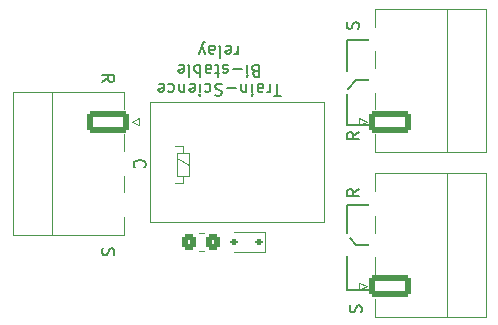
<source format=gbr>
%TF.GenerationSoftware,KiCad,Pcbnew,8.0.2*%
%TF.CreationDate,2024-07-29T23:59:12+02:00*%
%TF.ProjectId,latchingRelay,6c617463-6869-46e6-9752-656c61792e6b,rev?*%
%TF.SameCoordinates,Original*%
%TF.FileFunction,Legend,Top*%
%TF.FilePolarity,Positive*%
%FSLAX46Y46*%
G04 Gerber Fmt 4.6, Leading zero omitted, Abs format (unit mm)*
G04 Created by KiCad (PCBNEW 8.0.2) date 2024-07-29 23:59:12*
%MOMM*%
%LPD*%
G01*
G04 APERTURE LIST*
G04 Aperture macros list*
%AMRoundRect*
0 Rectangle with rounded corners*
0 $1 Rounding radius*
0 $2 $3 $4 $5 $6 $7 $8 $9 X,Y pos of 4 corners*
0 Add a 4 corners polygon primitive as box body*
4,1,4,$2,$3,$4,$5,$6,$7,$8,$9,$2,$3,0*
0 Add four circle primitives for the rounded corners*
1,1,$1+$1,$2,$3*
1,1,$1+$1,$4,$5*
1,1,$1+$1,$6,$7*
1,1,$1+$1,$8,$9*
0 Add four rect primitives between the rounded corners*
20,1,$1+$1,$2,$3,$4,$5,0*
20,1,$1+$1,$4,$5,$6,$7,0*
20,1,$1+$1,$6,$7,$8,$9,0*
20,1,$1+$1,$8,$9,$2,$3,0*%
G04 Aperture macros list end*
%ADD10C,0.150000*%
%ADD11C,0.120000*%
%ADD12C,3.200000*%
%ADD13RoundRect,0.250000X1.550000X-0.650000X1.550000X0.650000X-1.550000X0.650000X-1.550000X-0.650000X0*%
%ADD14O,3.600000X1.800000*%
%ADD15RoundRect,0.250000X0.350000X0.450000X-0.350000X0.450000X-0.350000X-0.450000X0.350000X-0.450000X0*%
%ADD16RoundRect,0.112500X0.187500X0.112500X-0.187500X0.112500X-0.187500X-0.112500X0.187500X-0.112500X0*%
%ADD17RoundRect,0.250000X-1.550000X0.650000X-1.550000X-0.650000X1.550000X-0.650000X1.550000X0.650000X0*%
%ADD18O,1.600000X2.300000*%
G04 APERTURE END LIST*
D10*
X155321000Y-85344000D02*
X155321000Y-82677000D01*
X155384500Y-94488000D02*
X155384500Y-92075000D01*
X157226000Y-85344000D02*
X155321000Y-85344000D01*
X156146500Y-95504000D02*
X155575000Y-94869000D01*
X155384500Y-99314000D02*
X155384500Y-96393000D01*
X157289500Y-99314000D02*
X155384500Y-99314000D01*
X155321000Y-80772000D02*
X155321000Y-78105000D01*
X157289500Y-95504000D02*
X156146500Y-95504000D01*
X156083000Y-81534000D02*
X155448000Y-82296000D01*
X157226000Y-81534000D02*
X156083000Y-81534000D01*
X155321000Y-78105000D02*
X157226000Y-78105000D01*
X155384500Y-92075000D02*
X157289500Y-92075000D01*
X149738094Y-82850068D02*
X149166666Y-82850068D01*
X149452380Y-81850068D02*
X149452380Y-82850068D01*
X148833332Y-81850068D02*
X148833332Y-82516735D01*
X148833332Y-82326259D02*
X148785713Y-82421497D01*
X148785713Y-82421497D02*
X148738094Y-82469116D01*
X148738094Y-82469116D02*
X148642856Y-82516735D01*
X148642856Y-82516735D02*
X148547618Y-82516735D01*
X147785713Y-81850068D02*
X147785713Y-82373878D01*
X147785713Y-82373878D02*
X147833332Y-82469116D01*
X147833332Y-82469116D02*
X147928570Y-82516735D01*
X147928570Y-82516735D02*
X148119046Y-82516735D01*
X148119046Y-82516735D02*
X148214284Y-82469116D01*
X147785713Y-81897688D02*
X147880951Y-81850068D01*
X147880951Y-81850068D02*
X148119046Y-81850068D01*
X148119046Y-81850068D02*
X148214284Y-81897688D01*
X148214284Y-81897688D02*
X148261903Y-81992926D01*
X148261903Y-81992926D02*
X148261903Y-82088164D01*
X148261903Y-82088164D02*
X148214284Y-82183402D01*
X148214284Y-82183402D02*
X148119046Y-82231021D01*
X148119046Y-82231021D02*
X147880951Y-82231021D01*
X147880951Y-82231021D02*
X147785713Y-82278640D01*
X147309522Y-81850068D02*
X147309522Y-82516735D01*
X147309522Y-82850068D02*
X147357141Y-82802449D01*
X147357141Y-82802449D02*
X147309522Y-82754830D01*
X147309522Y-82754830D02*
X147261903Y-82802449D01*
X147261903Y-82802449D02*
X147309522Y-82850068D01*
X147309522Y-82850068D02*
X147309522Y-82754830D01*
X146833332Y-82516735D02*
X146833332Y-81850068D01*
X146833332Y-82421497D02*
X146785713Y-82469116D01*
X146785713Y-82469116D02*
X146690475Y-82516735D01*
X146690475Y-82516735D02*
X146547618Y-82516735D01*
X146547618Y-82516735D02*
X146452380Y-82469116D01*
X146452380Y-82469116D02*
X146404761Y-82373878D01*
X146404761Y-82373878D02*
X146404761Y-81850068D01*
X145928570Y-82231021D02*
X145166666Y-82231021D01*
X144738094Y-81897688D02*
X144595237Y-81850068D01*
X144595237Y-81850068D02*
X144357142Y-81850068D01*
X144357142Y-81850068D02*
X144261904Y-81897688D01*
X144261904Y-81897688D02*
X144214285Y-81945307D01*
X144214285Y-81945307D02*
X144166666Y-82040545D01*
X144166666Y-82040545D02*
X144166666Y-82135783D01*
X144166666Y-82135783D02*
X144214285Y-82231021D01*
X144214285Y-82231021D02*
X144261904Y-82278640D01*
X144261904Y-82278640D02*
X144357142Y-82326259D01*
X144357142Y-82326259D02*
X144547618Y-82373878D01*
X144547618Y-82373878D02*
X144642856Y-82421497D01*
X144642856Y-82421497D02*
X144690475Y-82469116D01*
X144690475Y-82469116D02*
X144738094Y-82564354D01*
X144738094Y-82564354D02*
X144738094Y-82659592D01*
X144738094Y-82659592D02*
X144690475Y-82754830D01*
X144690475Y-82754830D02*
X144642856Y-82802449D01*
X144642856Y-82802449D02*
X144547618Y-82850068D01*
X144547618Y-82850068D02*
X144309523Y-82850068D01*
X144309523Y-82850068D02*
X144166666Y-82802449D01*
X143309523Y-81897688D02*
X143404761Y-81850068D01*
X143404761Y-81850068D02*
X143595237Y-81850068D01*
X143595237Y-81850068D02*
X143690475Y-81897688D01*
X143690475Y-81897688D02*
X143738094Y-81945307D01*
X143738094Y-81945307D02*
X143785713Y-82040545D01*
X143785713Y-82040545D02*
X143785713Y-82326259D01*
X143785713Y-82326259D02*
X143738094Y-82421497D01*
X143738094Y-82421497D02*
X143690475Y-82469116D01*
X143690475Y-82469116D02*
X143595237Y-82516735D01*
X143595237Y-82516735D02*
X143404761Y-82516735D01*
X143404761Y-82516735D02*
X143309523Y-82469116D01*
X142880951Y-81850068D02*
X142880951Y-82516735D01*
X142880951Y-82850068D02*
X142928570Y-82802449D01*
X142928570Y-82802449D02*
X142880951Y-82754830D01*
X142880951Y-82754830D02*
X142833332Y-82802449D01*
X142833332Y-82802449D02*
X142880951Y-82850068D01*
X142880951Y-82850068D02*
X142880951Y-82754830D01*
X142023809Y-81897688D02*
X142119047Y-81850068D01*
X142119047Y-81850068D02*
X142309523Y-81850068D01*
X142309523Y-81850068D02*
X142404761Y-81897688D01*
X142404761Y-81897688D02*
X142452380Y-81992926D01*
X142452380Y-81992926D02*
X142452380Y-82373878D01*
X142452380Y-82373878D02*
X142404761Y-82469116D01*
X142404761Y-82469116D02*
X142309523Y-82516735D01*
X142309523Y-82516735D02*
X142119047Y-82516735D01*
X142119047Y-82516735D02*
X142023809Y-82469116D01*
X142023809Y-82469116D02*
X141976190Y-82373878D01*
X141976190Y-82373878D02*
X141976190Y-82278640D01*
X141976190Y-82278640D02*
X142452380Y-82183402D01*
X141547618Y-82516735D02*
X141547618Y-81850068D01*
X141547618Y-82421497D02*
X141499999Y-82469116D01*
X141499999Y-82469116D02*
X141404761Y-82516735D01*
X141404761Y-82516735D02*
X141261904Y-82516735D01*
X141261904Y-82516735D02*
X141166666Y-82469116D01*
X141166666Y-82469116D02*
X141119047Y-82373878D01*
X141119047Y-82373878D02*
X141119047Y-81850068D01*
X140214285Y-81897688D02*
X140309523Y-81850068D01*
X140309523Y-81850068D02*
X140499999Y-81850068D01*
X140499999Y-81850068D02*
X140595237Y-81897688D01*
X140595237Y-81897688D02*
X140642856Y-81945307D01*
X140642856Y-81945307D02*
X140690475Y-82040545D01*
X140690475Y-82040545D02*
X140690475Y-82326259D01*
X140690475Y-82326259D02*
X140642856Y-82421497D01*
X140642856Y-82421497D02*
X140595237Y-82469116D01*
X140595237Y-82469116D02*
X140499999Y-82516735D01*
X140499999Y-82516735D02*
X140309523Y-82516735D01*
X140309523Y-82516735D02*
X140214285Y-82469116D01*
X139404761Y-81897688D02*
X139499999Y-81850068D01*
X139499999Y-81850068D02*
X139690475Y-81850068D01*
X139690475Y-81850068D02*
X139785713Y-81897688D01*
X139785713Y-81897688D02*
X139833332Y-81992926D01*
X139833332Y-81992926D02*
X139833332Y-82373878D01*
X139833332Y-82373878D02*
X139785713Y-82469116D01*
X139785713Y-82469116D02*
X139690475Y-82516735D01*
X139690475Y-82516735D02*
X139499999Y-82516735D01*
X139499999Y-82516735D02*
X139404761Y-82469116D01*
X139404761Y-82469116D02*
X139357142Y-82373878D01*
X139357142Y-82373878D02*
X139357142Y-82278640D01*
X139357142Y-82278640D02*
X139833332Y-82183402D01*
X147571428Y-80763934D02*
X147428571Y-80716315D01*
X147428571Y-80716315D02*
X147380952Y-80668696D01*
X147380952Y-80668696D02*
X147333333Y-80573458D01*
X147333333Y-80573458D02*
X147333333Y-80430601D01*
X147333333Y-80430601D02*
X147380952Y-80335363D01*
X147380952Y-80335363D02*
X147428571Y-80287744D01*
X147428571Y-80287744D02*
X147523809Y-80240124D01*
X147523809Y-80240124D02*
X147904761Y-80240124D01*
X147904761Y-80240124D02*
X147904761Y-81240124D01*
X147904761Y-81240124D02*
X147571428Y-81240124D01*
X147571428Y-81240124D02*
X147476190Y-81192505D01*
X147476190Y-81192505D02*
X147428571Y-81144886D01*
X147428571Y-81144886D02*
X147380952Y-81049648D01*
X147380952Y-81049648D02*
X147380952Y-80954410D01*
X147380952Y-80954410D02*
X147428571Y-80859172D01*
X147428571Y-80859172D02*
X147476190Y-80811553D01*
X147476190Y-80811553D02*
X147571428Y-80763934D01*
X147571428Y-80763934D02*
X147904761Y-80763934D01*
X146904761Y-80240124D02*
X146904761Y-80906791D01*
X146904761Y-81240124D02*
X146952380Y-81192505D01*
X146952380Y-81192505D02*
X146904761Y-81144886D01*
X146904761Y-81144886D02*
X146857142Y-81192505D01*
X146857142Y-81192505D02*
X146904761Y-81240124D01*
X146904761Y-81240124D02*
X146904761Y-81144886D01*
X146428571Y-80621077D02*
X145666667Y-80621077D01*
X145238095Y-80287744D02*
X145142857Y-80240124D01*
X145142857Y-80240124D02*
X144952381Y-80240124D01*
X144952381Y-80240124D02*
X144857143Y-80287744D01*
X144857143Y-80287744D02*
X144809524Y-80382982D01*
X144809524Y-80382982D02*
X144809524Y-80430601D01*
X144809524Y-80430601D02*
X144857143Y-80525839D01*
X144857143Y-80525839D02*
X144952381Y-80573458D01*
X144952381Y-80573458D02*
X145095238Y-80573458D01*
X145095238Y-80573458D02*
X145190476Y-80621077D01*
X145190476Y-80621077D02*
X145238095Y-80716315D01*
X145238095Y-80716315D02*
X145238095Y-80763934D01*
X145238095Y-80763934D02*
X145190476Y-80859172D01*
X145190476Y-80859172D02*
X145095238Y-80906791D01*
X145095238Y-80906791D02*
X144952381Y-80906791D01*
X144952381Y-80906791D02*
X144857143Y-80859172D01*
X144523809Y-80906791D02*
X144142857Y-80906791D01*
X144380952Y-81240124D02*
X144380952Y-80382982D01*
X144380952Y-80382982D02*
X144333333Y-80287744D01*
X144333333Y-80287744D02*
X144238095Y-80240124D01*
X144238095Y-80240124D02*
X144142857Y-80240124D01*
X143380952Y-80240124D02*
X143380952Y-80763934D01*
X143380952Y-80763934D02*
X143428571Y-80859172D01*
X143428571Y-80859172D02*
X143523809Y-80906791D01*
X143523809Y-80906791D02*
X143714285Y-80906791D01*
X143714285Y-80906791D02*
X143809523Y-80859172D01*
X143380952Y-80287744D02*
X143476190Y-80240124D01*
X143476190Y-80240124D02*
X143714285Y-80240124D01*
X143714285Y-80240124D02*
X143809523Y-80287744D01*
X143809523Y-80287744D02*
X143857142Y-80382982D01*
X143857142Y-80382982D02*
X143857142Y-80478220D01*
X143857142Y-80478220D02*
X143809523Y-80573458D01*
X143809523Y-80573458D02*
X143714285Y-80621077D01*
X143714285Y-80621077D02*
X143476190Y-80621077D01*
X143476190Y-80621077D02*
X143380952Y-80668696D01*
X142904761Y-80240124D02*
X142904761Y-81240124D01*
X142904761Y-80859172D02*
X142809523Y-80906791D01*
X142809523Y-80906791D02*
X142619047Y-80906791D01*
X142619047Y-80906791D02*
X142523809Y-80859172D01*
X142523809Y-80859172D02*
X142476190Y-80811553D01*
X142476190Y-80811553D02*
X142428571Y-80716315D01*
X142428571Y-80716315D02*
X142428571Y-80430601D01*
X142428571Y-80430601D02*
X142476190Y-80335363D01*
X142476190Y-80335363D02*
X142523809Y-80287744D01*
X142523809Y-80287744D02*
X142619047Y-80240124D01*
X142619047Y-80240124D02*
X142809523Y-80240124D01*
X142809523Y-80240124D02*
X142904761Y-80287744D01*
X141857142Y-80240124D02*
X141952380Y-80287744D01*
X141952380Y-80287744D02*
X141999999Y-80382982D01*
X141999999Y-80382982D02*
X141999999Y-81240124D01*
X141095237Y-80287744D02*
X141190475Y-80240124D01*
X141190475Y-80240124D02*
X141380951Y-80240124D01*
X141380951Y-80240124D02*
X141476189Y-80287744D01*
X141476189Y-80287744D02*
X141523808Y-80382982D01*
X141523808Y-80382982D02*
X141523808Y-80763934D01*
X141523808Y-80763934D02*
X141476189Y-80859172D01*
X141476189Y-80859172D02*
X141380951Y-80906791D01*
X141380951Y-80906791D02*
X141190475Y-80906791D01*
X141190475Y-80906791D02*
X141095237Y-80859172D01*
X141095237Y-80859172D02*
X141047618Y-80763934D01*
X141047618Y-80763934D02*
X141047618Y-80668696D01*
X141047618Y-80668696D02*
X141523808Y-80573458D01*
X146095238Y-78630180D02*
X146095238Y-79296847D01*
X146095238Y-79106371D02*
X146047619Y-79201609D01*
X146047619Y-79201609D02*
X146000000Y-79249228D01*
X146000000Y-79249228D02*
X145904762Y-79296847D01*
X145904762Y-79296847D02*
X145809524Y-79296847D01*
X145095238Y-78677800D02*
X145190476Y-78630180D01*
X145190476Y-78630180D02*
X145380952Y-78630180D01*
X145380952Y-78630180D02*
X145476190Y-78677800D01*
X145476190Y-78677800D02*
X145523809Y-78773038D01*
X145523809Y-78773038D02*
X145523809Y-79153990D01*
X145523809Y-79153990D02*
X145476190Y-79249228D01*
X145476190Y-79249228D02*
X145380952Y-79296847D01*
X145380952Y-79296847D02*
X145190476Y-79296847D01*
X145190476Y-79296847D02*
X145095238Y-79249228D01*
X145095238Y-79249228D02*
X145047619Y-79153990D01*
X145047619Y-79153990D02*
X145047619Y-79058752D01*
X145047619Y-79058752D02*
X145523809Y-78963514D01*
X144476190Y-78630180D02*
X144571428Y-78677800D01*
X144571428Y-78677800D02*
X144619047Y-78773038D01*
X144619047Y-78773038D02*
X144619047Y-79630180D01*
X143666666Y-78630180D02*
X143666666Y-79153990D01*
X143666666Y-79153990D02*
X143714285Y-79249228D01*
X143714285Y-79249228D02*
X143809523Y-79296847D01*
X143809523Y-79296847D02*
X143999999Y-79296847D01*
X143999999Y-79296847D02*
X144095237Y-79249228D01*
X143666666Y-78677800D02*
X143761904Y-78630180D01*
X143761904Y-78630180D02*
X143999999Y-78630180D01*
X143999999Y-78630180D02*
X144095237Y-78677800D01*
X144095237Y-78677800D02*
X144142856Y-78773038D01*
X144142856Y-78773038D02*
X144142856Y-78868276D01*
X144142856Y-78868276D02*
X144095237Y-78963514D01*
X144095237Y-78963514D02*
X143999999Y-79011133D01*
X143999999Y-79011133D02*
X143761904Y-79011133D01*
X143761904Y-79011133D02*
X143666666Y-79058752D01*
X143285713Y-79296847D02*
X143047618Y-78630180D01*
X142809523Y-79296847D02*
X143047618Y-78630180D01*
X143047618Y-78630180D02*
X143142856Y-78392085D01*
X143142856Y-78392085D02*
X143190475Y-78344466D01*
X143190475Y-78344466D02*
X143285713Y-78296847D01*
X155625800Y-100619160D02*
X155578180Y-100762017D01*
X155578180Y-100762017D02*
X155578180Y-101000112D01*
X155578180Y-101000112D02*
X155625800Y-101095350D01*
X155625800Y-101095350D02*
X155673419Y-101142969D01*
X155673419Y-101142969D02*
X155768657Y-101190588D01*
X155768657Y-101190588D02*
X155863895Y-101190588D01*
X155863895Y-101190588D02*
X155959133Y-101142969D01*
X155959133Y-101142969D02*
X156006752Y-101095350D01*
X156006752Y-101095350D02*
X156054371Y-101000112D01*
X156054371Y-101000112D02*
X156101990Y-100809636D01*
X156101990Y-100809636D02*
X156149609Y-100714398D01*
X156149609Y-100714398D02*
X156197228Y-100666779D01*
X156197228Y-100666779D02*
X156292466Y-100619160D01*
X156292466Y-100619160D02*
X156387704Y-100619160D01*
X156387704Y-100619160D02*
X156482942Y-100666779D01*
X156482942Y-100666779D02*
X156530561Y-100714398D01*
X156530561Y-100714398D02*
X156578180Y-100809636D01*
X156578180Y-100809636D02*
X156578180Y-101047731D01*
X156578180Y-101047731D02*
X156530561Y-101190588D01*
X137385419Y-88919207D02*
X137337800Y-88871588D01*
X137337800Y-88871588D02*
X137290180Y-88728731D01*
X137290180Y-88728731D02*
X137290180Y-88633493D01*
X137290180Y-88633493D02*
X137337800Y-88490636D01*
X137337800Y-88490636D02*
X137433038Y-88395398D01*
X137433038Y-88395398D02*
X137528276Y-88347779D01*
X137528276Y-88347779D02*
X137718752Y-88300160D01*
X137718752Y-88300160D02*
X137861609Y-88300160D01*
X137861609Y-88300160D02*
X138052085Y-88347779D01*
X138052085Y-88347779D02*
X138147323Y-88395398D01*
X138147323Y-88395398D02*
X138242561Y-88490636D01*
X138242561Y-88490636D02*
X138290180Y-88633493D01*
X138290180Y-88633493D02*
X138290180Y-88728731D01*
X138290180Y-88728731D02*
X138242561Y-88871588D01*
X138242561Y-88871588D02*
X138194942Y-88919207D01*
X155371800Y-76616160D02*
X155324180Y-76759017D01*
X155324180Y-76759017D02*
X155324180Y-76997112D01*
X155324180Y-76997112D02*
X155371800Y-77092350D01*
X155371800Y-77092350D02*
X155419419Y-77139969D01*
X155419419Y-77139969D02*
X155514657Y-77187588D01*
X155514657Y-77187588D02*
X155609895Y-77187588D01*
X155609895Y-77187588D02*
X155705133Y-77139969D01*
X155705133Y-77139969D02*
X155752752Y-77092350D01*
X155752752Y-77092350D02*
X155800371Y-76997112D01*
X155800371Y-76997112D02*
X155847990Y-76806636D01*
X155847990Y-76806636D02*
X155895609Y-76711398D01*
X155895609Y-76711398D02*
X155943228Y-76663779D01*
X155943228Y-76663779D02*
X156038466Y-76616160D01*
X156038466Y-76616160D02*
X156133704Y-76616160D01*
X156133704Y-76616160D02*
X156228942Y-76663779D01*
X156228942Y-76663779D02*
X156276561Y-76711398D01*
X156276561Y-76711398D02*
X156324180Y-76806636D01*
X156324180Y-76806636D02*
X156324180Y-77044731D01*
X156324180Y-77044731D02*
X156276561Y-77187588D01*
X134677800Y-95793160D02*
X134630180Y-95936017D01*
X134630180Y-95936017D02*
X134630180Y-96174112D01*
X134630180Y-96174112D02*
X134677800Y-96269350D01*
X134677800Y-96269350D02*
X134725419Y-96316969D01*
X134725419Y-96316969D02*
X134820657Y-96364588D01*
X134820657Y-96364588D02*
X134915895Y-96364588D01*
X134915895Y-96364588D02*
X135011133Y-96316969D01*
X135011133Y-96316969D02*
X135058752Y-96269350D01*
X135058752Y-96269350D02*
X135106371Y-96174112D01*
X135106371Y-96174112D02*
X135153990Y-95983636D01*
X135153990Y-95983636D02*
X135201609Y-95888398D01*
X135201609Y-95888398D02*
X135249228Y-95840779D01*
X135249228Y-95840779D02*
X135344466Y-95793160D01*
X135344466Y-95793160D02*
X135439704Y-95793160D01*
X135439704Y-95793160D02*
X135534942Y-95840779D01*
X135534942Y-95840779D02*
X135582561Y-95888398D01*
X135582561Y-95888398D02*
X135630180Y-95983636D01*
X135630180Y-95983636D02*
X135630180Y-96221731D01*
X135630180Y-96221731D02*
X135582561Y-96364588D01*
X134630180Y-81680207D02*
X135106371Y-81346874D01*
X134630180Y-81108779D02*
X135630180Y-81108779D01*
X135630180Y-81108779D02*
X135630180Y-81489731D01*
X135630180Y-81489731D02*
X135582561Y-81584969D01*
X135582561Y-81584969D02*
X135534942Y-81632588D01*
X135534942Y-81632588D02*
X135439704Y-81680207D01*
X135439704Y-81680207D02*
X135296847Y-81680207D01*
X135296847Y-81680207D02*
X135201609Y-81632588D01*
X135201609Y-81632588D02*
X135153990Y-81584969D01*
X135153990Y-81584969D02*
X135106371Y-81489731D01*
X135106371Y-81489731D02*
X135106371Y-81108779D01*
X156333819Y-90785792D02*
X155857628Y-91119125D01*
X156333819Y-91357220D02*
X155333819Y-91357220D01*
X155333819Y-91357220D02*
X155333819Y-90976268D01*
X155333819Y-90976268D02*
X155381438Y-90881030D01*
X155381438Y-90881030D02*
X155429057Y-90833411D01*
X155429057Y-90833411D02*
X155524295Y-90785792D01*
X155524295Y-90785792D02*
X155667152Y-90785792D01*
X155667152Y-90785792D02*
X155762390Y-90833411D01*
X155762390Y-90833411D02*
X155810009Y-90881030D01*
X155810009Y-90881030D02*
X155857628Y-90976268D01*
X155857628Y-90976268D02*
X155857628Y-91357220D01*
X156333819Y-85959792D02*
X155857628Y-86293125D01*
X156333819Y-86531220D02*
X155333819Y-86531220D01*
X155333819Y-86531220D02*
X155333819Y-86150268D01*
X155333819Y-86150268D02*
X155381438Y-86055030D01*
X155381438Y-86055030D02*
X155429057Y-86007411D01*
X155429057Y-86007411D02*
X155524295Y-85959792D01*
X155524295Y-85959792D02*
X155667152Y-85959792D01*
X155667152Y-85959792D02*
X155762390Y-86007411D01*
X155762390Y-86007411D02*
X155810009Y-86055030D01*
X155810009Y-86055030D02*
X155857628Y-86150268D01*
X155857628Y-86150268D02*
X155857628Y-86531220D01*
D11*
%TO.C,J102*%
X156400000Y-98700000D02*
X157000000Y-99000000D01*
X156400000Y-99300000D02*
X156400000Y-98700000D01*
X157000000Y-99000000D02*
X156400000Y-99300000D01*
X157690000Y-89440000D02*
X157690000Y-90950000D01*
X157690000Y-94450000D02*
X157690000Y-93050000D01*
X157690000Y-97950000D02*
X157690000Y-96550000D01*
X157690000Y-101560000D02*
X157690000Y-100050000D01*
X157690000Y-101560000D02*
X167110000Y-101560000D01*
X163800000Y-101560000D02*
X163800000Y-89440000D01*
X167110000Y-89440000D02*
X157690000Y-89440000D01*
X167110000Y-101560000D02*
X167110000Y-89440000D01*
%TO.C,R101*%
X143229064Y-94515000D02*
X142774936Y-94515000D01*
X143229064Y-95985000D02*
X142774936Y-95985000D01*
%TO.C,D101*%
X148422000Y-94400000D02*
X145762000Y-94400000D01*
X148422000Y-96100000D02*
X145762000Y-96100000D01*
X148422000Y-96100000D02*
X148422000Y-94400000D01*
%TO.C,J103*%
X156400000Y-84755000D02*
X157000000Y-85055000D01*
X156400000Y-85355000D02*
X156400000Y-84755000D01*
X157000000Y-85055000D02*
X156400000Y-85355000D01*
X157690000Y-75495000D02*
X157690000Y-77005000D01*
X157690000Y-80505000D02*
X157690000Y-79105000D01*
X157690000Y-84005000D02*
X157690000Y-82605000D01*
X157690000Y-87615000D02*
X157690000Y-86105000D01*
X157690000Y-87615000D02*
X167110000Y-87615000D01*
X163800000Y-87615000D02*
X163800000Y-75495000D01*
X167110000Y-75495000D02*
X157690000Y-75495000D01*
X167110000Y-87615000D02*
X167110000Y-75495000D01*
%TO.C,J101*%
X127029500Y-82514000D02*
X127029500Y-94634000D01*
X127029500Y-94634000D02*
X136449500Y-94634000D01*
X130339500Y-82514000D02*
X130339500Y-94634000D01*
X136449500Y-82514000D02*
X127029500Y-82514000D01*
X136449500Y-82514000D02*
X136449500Y-84024000D01*
X136449500Y-86124000D02*
X136449500Y-87524000D01*
X136449500Y-89624000D02*
X136449500Y-91024000D01*
X136449500Y-94634000D02*
X136449500Y-93124000D01*
X137139500Y-85074000D02*
X137739500Y-84774000D01*
X137739500Y-84774000D02*
X137739500Y-85374000D01*
X137739500Y-85374000D02*
X137139500Y-85074000D01*
%TO.C,K101*%
X138639000Y-83435000D02*
X153371000Y-83435000D01*
X138639000Y-93595000D02*
X138639000Y-83435000D01*
X140798000Y-87093000D02*
X141433000Y-87093000D01*
X140798000Y-90293000D02*
X141433000Y-90293000D01*
X140925000Y-87728000D02*
X140925000Y-89633000D01*
X140925000Y-87728000D02*
X141941000Y-87728000D01*
X140925000Y-88109000D02*
X141941000Y-88744000D01*
X140925000Y-89633000D02*
X141941000Y-89633000D01*
X141433000Y-87093000D02*
X141433000Y-87728000D01*
X141433000Y-90293000D02*
X141433000Y-89633000D01*
X141941000Y-89633000D02*
X141941000Y-87728000D01*
X153371000Y-83435000D02*
X153371000Y-93595000D01*
X153371000Y-93595000D02*
X138639000Y-93595000D01*
%TD*%
%LPC*%
D12*
%TO.C,REF\u002A\u002A*%
X152000000Y-98500000D03*
%TD*%
D13*
%TO.C,J102*%
X159000000Y-99000000D03*
D14*
X159000000Y-95500000D03*
X159000000Y-92000000D03*
%TD*%
D15*
%TO.C,R101*%
X144002000Y-95250000D03*
X142002000Y-95250000D03*
%TD*%
D16*
%TO.C,D101*%
X147862000Y-95250000D03*
X145762000Y-95250000D03*
%TD*%
D13*
%TO.C,J103*%
X159000000Y-85055000D03*
D14*
X159000000Y-81555000D03*
X159000000Y-78055000D03*
%TD*%
D17*
%TO.C,J101*%
X135139500Y-85074000D03*
D14*
X135139500Y-88574000D03*
X135139500Y-92074000D03*
%TD*%
D18*
%TO.C,K101*%
X140925000Y-92325000D03*
X143465000Y-92325000D03*
X146005000Y-92325000D03*
X148545000Y-92325000D03*
X151085000Y-92325000D03*
X151085000Y-84705000D03*
X148545000Y-84705000D03*
X146005000Y-84705000D03*
X143465000Y-84705000D03*
X140925000Y-84705000D03*
%TD*%
D12*
%TO.C,REF\u002A\u002A*%
X152000000Y-79000000D03*
%TD*%
%LPD*%
M02*

</source>
